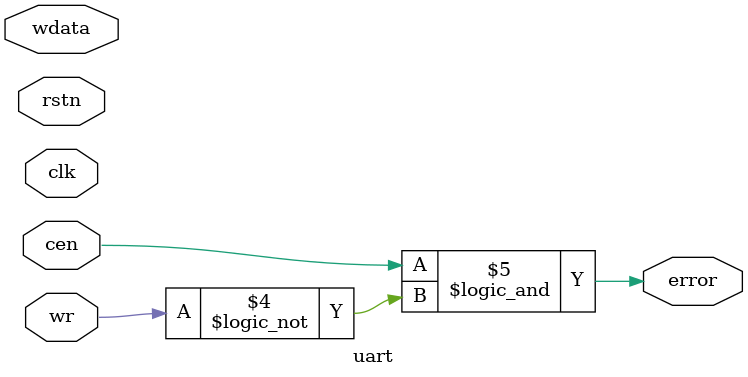
<source format=v>
`include "default.v"

module uart(
  input   wire          clk   ,
  input   wire          rstn  ,

  input   wire          cen   ,
  input   wire          wr    ,
  input   wire  [7:0]   wdata ,
  output  wire          error  
);

  always@(posedge clk) begin
    if(!rstn)
      $write("%c", 8'b0);
    else if( cen && wr )
      $write("%c", wdata);
  end

  assign error = cen && !wr ;

endmodule


</source>
